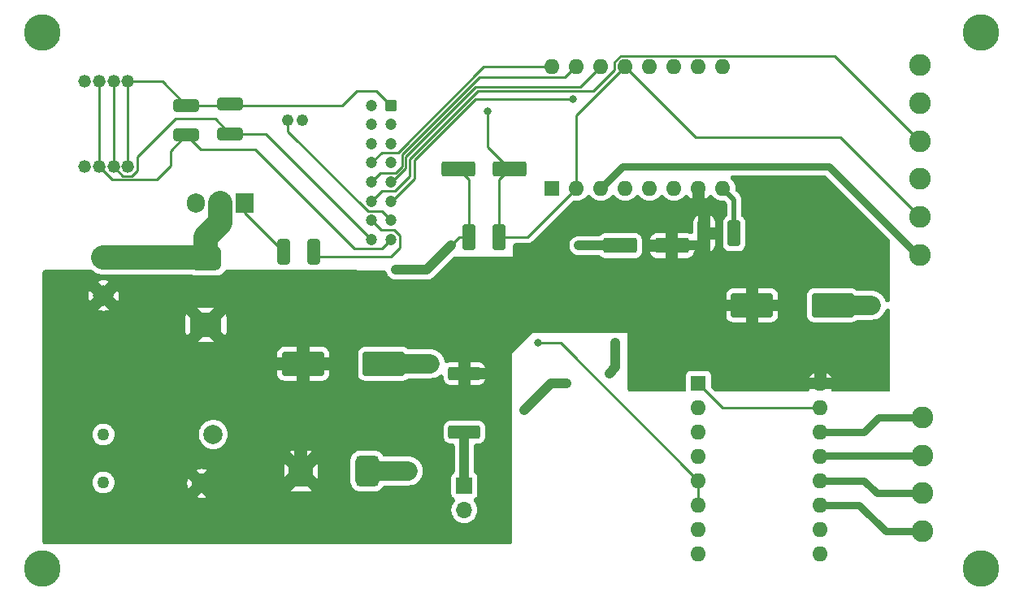
<source format=gbr>
%TF.GenerationSoftware,KiCad,Pcbnew,7.0.10*%
%TF.CreationDate,2024-02-20T10:07:26+01:00*%
%TF.ProjectId,arenaPCBv1,6172656e-6150-4434-9276-312e6b696361,rev?*%
%TF.SameCoordinates,Original*%
%TF.FileFunction,Copper,L1,Top*%
%TF.FilePolarity,Positive*%
%FSLAX46Y46*%
G04 Gerber Fmt 4.6, Leading zero omitted, Abs format (unit mm)*
G04 Created by KiCad (PCBNEW 7.0.10) date 2024-02-20 10:07:26*
%MOMM*%
%LPD*%
G01*
G04 APERTURE LIST*
G04 Aperture macros list*
%AMRoundRect*
0 Rectangle with rounded corners*
0 $1 Rounding radius*
0 $2 $3 $4 $5 $6 $7 $8 $9 X,Y pos of 4 corners*
0 Add a 4 corners polygon primitive as box body*
4,1,4,$2,$3,$4,$5,$6,$7,$8,$9,$2,$3,0*
0 Add four circle primitives for the rounded corners*
1,1,$1+$1,$2,$3*
1,1,$1+$1,$4,$5*
1,1,$1+$1,$6,$7*
1,1,$1+$1,$8,$9*
0 Add four rect primitives between the rounded corners*
20,1,$1+$1,$2,$3,$4,$5,0*
20,1,$1+$1,$4,$5,$6,$7,0*
20,1,$1+$1,$6,$7,$8,$9,0*
20,1,$1+$1,$8,$9,$2,$3,0*%
G04 Aperture macros list end*
%TA.AperFunction,SMDPad,CuDef*%
%ADD10RoundRect,0.625000X-0.625000X-1.025000X0.625000X-1.025000X0.625000X1.025000X-0.625000X1.025000X0*%
%TD*%
%TA.AperFunction,SMDPad,CuDef*%
%ADD11RoundRect,0.625000X1.025000X-0.625000X1.025000X0.625000X-1.025000X0.625000X-1.025000X-0.625000X0*%
%TD*%
%TA.AperFunction,SMDPad,CuDef*%
%ADD12RoundRect,0.250000X-1.950000X-1.000000X1.950000X-1.000000X1.950000X1.000000X-1.950000X1.000000X0*%
%TD*%
%TA.AperFunction,ComponentPad*%
%ADD13C,3.800000*%
%TD*%
%TA.AperFunction,ComponentPad*%
%ADD14C,1.320800*%
%TD*%
%TA.AperFunction,ComponentPad*%
%ADD15C,2.260600*%
%TD*%
%TA.AperFunction,SMDPad,CuDef*%
%ADD16RoundRect,0.250000X0.412500X1.100000X-0.412500X1.100000X-0.412500X-1.100000X0.412500X-1.100000X0*%
%TD*%
%TA.AperFunction,SMDPad,CuDef*%
%ADD17RoundRect,0.250000X0.400000X1.075000X-0.400000X1.075000X-0.400000X-1.075000X0.400000X-1.075000X0*%
%TD*%
%TA.AperFunction,SMDPad,CuDef*%
%ADD18RoundRect,0.250000X1.500000X0.550000X-1.500000X0.550000X-1.500000X-0.550000X1.500000X-0.550000X0*%
%TD*%
%TA.AperFunction,SMDPad,CuDef*%
%ADD19RoundRect,0.250000X-1.075000X0.400000X-1.075000X-0.400000X1.075000X-0.400000X1.075000X0.400000X0*%
%TD*%
%TA.AperFunction,ComponentPad*%
%ADD20R,1.600000X1.600000*%
%TD*%
%TA.AperFunction,ComponentPad*%
%ADD21O,1.600000X1.600000*%
%TD*%
%TA.AperFunction,ComponentPad*%
%ADD22R,1.700000X1.700000*%
%TD*%
%TA.AperFunction,ComponentPad*%
%ADD23O,1.700000X1.700000*%
%TD*%
%TA.AperFunction,SMDPad,CuDef*%
%ADD24RoundRect,0.249999X-1.425001X0.450001X-1.425001X-0.450001X1.425001X-0.450001X1.425001X0.450001X0*%
%TD*%
%TA.AperFunction,ComponentPad*%
%ADD25C,2.010000*%
%TD*%
%TA.AperFunction,ComponentPad*%
%ADD26C,2.159000*%
%TD*%
%TA.AperFunction,ComponentPad*%
%ADD27C,1.244600*%
%TD*%
%TA.AperFunction,ComponentPad*%
%ADD28C,1.270000*%
%TD*%
%TA.AperFunction,ComponentPad*%
%ADD29RoundRect,0.250000X-0.350000X0.350000X-0.350000X-0.350000X0.350000X-0.350000X0.350000X0.350000X0*%
%TD*%
%TA.AperFunction,ComponentPad*%
%ADD30C,1.200000*%
%TD*%
%TA.AperFunction,SMDPad,CuDef*%
%ADD31RoundRect,0.250000X-0.412500X-1.100000X0.412500X-1.100000X0.412500X1.100000X-0.412500X1.100000X0*%
%TD*%
%TA.AperFunction,ComponentPad*%
%ADD32R,1.905000X2.000000*%
%TD*%
%TA.AperFunction,ComponentPad*%
%ADD33O,1.905000X2.000000*%
%TD*%
%TA.AperFunction,ViaPad*%
%ADD34C,0.800000*%
%TD*%
%TA.AperFunction,Conductor*%
%ADD35C,1.375000*%
%TD*%
%TA.AperFunction,Conductor*%
%ADD36C,1.250000*%
%TD*%
%TA.AperFunction,Conductor*%
%ADD37C,0.250000*%
%TD*%
%TA.AperFunction,Conductor*%
%ADD38C,2.500000*%
%TD*%
%TA.AperFunction,Conductor*%
%ADD39C,1.500000*%
%TD*%
%TA.AperFunction,Conductor*%
%ADD40C,0.500000*%
%TD*%
%TA.AperFunction,Conductor*%
%ADD41C,5.000000*%
%TD*%
%TA.AperFunction,Conductor*%
%ADD42C,2.000000*%
%TD*%
%TA.AperFunction,Conductor*%
%ADD43C,1.000000*%
%TD*%
%TA.AperFunction,Conductor*%
%ADD44C,0.800000*%
%TD*%
G04 APERTURE END LIST*
D10*
%TO.P,D1,1,K*%
%TO.N,+12V*%
X129794000Y-99060000D03*
%TO.P,D1,2,A*%
%TO.N,GND*%
X136694000Y-99060000D03*
%TD*%
D11*
%TO.P,D2,1,K*%
%TO.N,+12V*%
X119888000Y-83820000D03*
%TO.P,D2,2,A*%
%TO.N,/D*%
X119888000Y-76920000D03*
%TD*%
D12*
%TO.P,C1,1*%
%TO.N,+12V*%
X130030000Y-87884000D03*
%TO.P,C1,2*%
%TO.N,GND*%
X138430000Y-87884000D03*
%TD*%
D13*
%TO.P,M.2,1*%
%TO.N,GND*%
X102870000Y-53340000D03*
%TD*%
D14*
%TO.P,J4,1,Pin_1*%
%TO.N,+3.3V*%
X111760000Y-67310000D03*
%TO.P,J4,2,Pin_2*%
%TO.N,/SCL*%
X110260001Y-67310000D03*
%TO.P,J4,3,Pin_3*%
%TO.N,/SDA*%
X108759999Y-67310000D03*
%TO.P,J4,4,Pin_4*%
%TO.N,GND*%
X107259999Y-67310000D03*
%TD*%
D13*
%TO.P,M.2,1*%
%TO.N,GND*%
X200660000Y-109220000D03*
%TD*%
D15*
%TO.P,J7,1,Pin_1*%
%TO.N,Net-(J7-Pin_1)*%
X194564000Y-93472000D03*
%TO.P,J7,2,Pin_2*%
%TO.N,Net-(J7-Pin_2)*%
X194564000Y-97432000D03*
%TO.P,J7,3,Pin_3*%
%TO.N,Net-(J7-Pin_3)*%
X194564000Y-101391999D03*
%TO.P,J7,4,Pin_4*%
%TO.N,Net-(J7-Pin_4)*%
X194564000Y-105351999D03*
%TD*%
D16*
%TO.P,C5,1*%
%TO.N,+3.3V*%
X150406500Y-74676000D03*
%TO.P,C5,2*%
%TO.N,GND*%
X147281500Y-74676000D03*
%TD*%
D17*
%TO.P,R4,1*%
%TO.N,Net-(J9-QI)*%
X131090000Y-76200000D03*
%TO.P,R4,2*%
%TO.N,/G*%
X127990000Y-76200000D03*
%TD*%
D18*
%TO.P,C6,2*%
%TO.N,GND*%
X146144000Y-67564000D03*
%TO.P,C6,1*%
%TO.N,+3.3V*%
X151544000Y-67564000D03*
%TD*%
D19*
%TO.P,R2,1*%
%TO.N,+3.3V*%
X122428000Y-60807000D03*
%TO.P,R2,2*%
%TO.N,/SCL*%
X122428000Y-63907000D03*
%TD*%
D20*
%TO.P,U1,1,EN*%
%TO.N,GND*%
X171196000Y-89916000D03*
D21*
%TO.P,U1,2,MS1*%
%TO.N,Net-(J9-MS1)*%
X171196000Y-92456000D03*
%TO.P,U1,3,MS2*%
%TO.N,Net-(J9-MS2)*%
X171196000Y-94996000D03*
%TO.P,U1,4,MS3*%
%TO.N,Net-(J9-MS3)*%
X171196000Y-97536000D03*
%TO.P,U1,5,RST*%
%TO.N,+3.3V*%
X171196000Y-100076000D03*
%TO.P,U1,6,SLP*%
X171196000Y-102616000D03*
%TO.P,U1,7,STEP*%
%TO.N,Net-(J9-STEP)*%
X171196000Y-105156000D03*
%TO.P,U1,8,DIR*%
%TO.N,Net-(J9-DIR)*%
X171196000Y-107696000D03*
%TO.P,U1,9,GND*%
%TO.N,GND*%
X183896000Y-107696000D03*
%TO.P,U1,10,FAULT*%
%TO.N,unconnected-(U1-FAULT-Pad10)*%
X183896000Y-105156000D03*
%TO.P,U1,11,A2*%
%TO.N,Net-(J7-Pin_4)*%
X183896000Y-102616000D03*
%TO.P,U1,12,A1*%
%TO.N,Net-(J7-Pin_3)*%
X183896000Y-100076000D03*
%TO.P,U1,13,B1*%
%TO.N,Net-(J7-Pin_2)*%
X183896000Y-97536000D03*
%TO.P,U1,14,B2*%
%TO.N,Net-(J7-Pin_1)*%
X183896000Y-94996000D03*
%TO.P,U1,15,GND*%
%TO.N,GND*%
X183896000Y-92456000D03*
%TO.P,U1,16,VMOT*%
%TO.N,+12V*%
X183896000Y-89916000D03*
%TD*%
D13*
%TO.P,M.2,1*%
%TO.N,GND*%
X102870000Y-109220000D03*
%TD*%
D19*
%TO.P,R3,1*%
%TO.N,+3.3V*%
X117856000Y-60934000D03*
%TO.P,R3,2*%
%TO.N,/SDA*%
X117856000Y-64034000D03*
%TD*%
D22*
%TO.P,J5,1,pin_1*%
%TO.N,Net-(J5-pin_1)*%
X146812000Y-100584000D03*
D23*
%TO.P,J5,2,Pin_2*%
%TO.N,GND*%
X146812000Y-103124000D03*
%TD*%
D24*
%TO.P,R1,1*%
%TO.N,+12V*%
X146812000Y-88900000D03*
%TO.P,R1,2*%
%TO.N,Net-(J5-pin_1)*%
X146812000Y-95000000D03*
%TD*%
D15*
%TO.P,J8,1,Pin_1*%
%TO.N,Net-(J8-Pin_1)*%
X194303900Y-56736901D03*
%TO.P,J8,2,Pin_2*%
%TO.N,GND*%
X194303900Y-60696901D03*
%TO.P,J8,3,Pin_3*%
%TO.N,Net-(J8-Pin_3)*%
X194303900Y-64656900D03*
%TO.P,J8,4,Pin_4*%
%TO.N,Net-(J8-Pin_4)*%
X194303900Y-68616900D03*
%TO.P,J8,5,Pin_5*%
%TO.N,+3.3V*%
X194303900Y-72576900D03*
%TO.P,J8,6,Pin_6*%
%TO.N,Net-(J8-Pin_6)*%
X194303900Y-76536900D03*
%TD*%
D25*
%TO.P,F1,1*%
%TO.N,Net-(J6-VCC)*%
X120650000Y-95250000D03*
%TO.P,F1,2*%
%TO.N,+12V*%
X119450000Y-100350000D03*
%TD*%
D26*
%TO.P,J1,1,VCC*%
%TO.N,+12V*%
X109220000Y-80772000D03*
%TO.P,J1,2,GND*%
%TO.N,/D*%
X109220000Y-76809600D03*
%TD*%
D18*
%TO.P,C3,1*%
%TO.N,+12V*%
X168435000Y-75565000D03*
%TO.P,C3,2*%
%TO.N,GND*%
X163035000Y-75565000D03*
%TD*%
D27*
%TO.P,J3,1,COM*%
%TO.N,Net-(J3-COM)*%
X128420998Y-62484000D03*
%TO.P,J3,2,GND*%
%TO.N,GND*%
X129921000Y-62484000D03*
%TD*%
D13*
%TO.P,M.2,1*%
%TO.N,GND*%
X200660000Y-53340000D03*
%TD*%
D28*
%TO.P,J6,1,VCC*%
%TO.N,Net-(J6-VCC)*%
X109220000Y-95250000D03*
%TO.P,J6,2,GND*%
%TO.N,GND*%
X109220000Y-100250000D03*
%TD*%
D29*
%TO.P,J9,1,3.3V*%
%TO.N,+3.3V*%
X139160000Y-60930000D03*
D30*
%TO.P,J9,2,GND*%
%TO.N,GND*%
X137160000Y-60930000D03*
%TO.P,J9,3,STEP*%
%TO.N,Net-(J9-STEP)*%
X139160000Y-62930000D03*
%TO.P,J9,4,DIR*%
%TO.N,Net-(J9-DIR)*%
X137160000Y-62930000D03*
%TO.P,J9,5,MS3*%
%TO.N,Net-(J9-MS3)*%
X139160000Y-64930000D03*
%TO.P,J9,6,MS2*%
%TO.N,Net-(J9-MS2)*%
X137160000Y-64930000D03*
%TO.P,J9,7,MS1*%
%TO.N,Net-(J9-MS1)*%
X139160000Y-66930000D03*
%TO.P,J9,8,PWMA*%
%TO.N,Net-(J9-PWMA)*%
X137160000Y-66930000D03*
%TO.P,J9,9,AIN1*%
%TO.N,Net-(J9-AIN1)*%
X139160000Y-68930000D03*
%TO.P,J9,10,AIN2*%
%TO.N,Net-(J9-AIN2)*%
X137160000Y-68930000D03*
%TO.P,J9,11,HAL2*%
%TO.N,Net-(J8-Pin_4)*%
X139160000Y-70930000D03*
%TO.P,J9,12,HAL1*%
%TO.N,Net-(J8-Pin_3)*%
X137160000Y-70930000D03*
%TO.P,J9,13,END*%
%TO.N,Net-(J3-COM)*%
X139160000Y-72930000D03*
%TO.P,J9,14,QI*%
%TO.N,Net-(J9-QI)*%
X137160000Y-72930000D03*
%TO.P,J9,15,SDA*%
%TO.N,/SDA*%
X139160000Y-74930000D03*
%TO.P,J9,16,SCL*%
%TO.N,/SCL*%
X137160000Y-74930000D03*
%TD*%
D31*
%TO.P,C4,2*%
%TO.N,GND*%
X174917500Y-74295000D03*
%TO.P,C4,1*%
%TO.N,+12V*%
X171792500Y-74295000D03*
%TD*%
D12*
%TO.P,C2,1*%
%TO.N,+12V*%
X176784000Y-81788000D03*
%TO.P,C2,2*%
%TO.N,GND*%
X185184000Y-81788000D03*
%TD*%
D14*
%TO.P,J2,1,Pin_1*%
%TO.N,+3.3V*%
X111760000Y-58420000D03*
%TO.P,J2,2,Pin_2*%
%TO.N,/SCL*%
X110260001Y-58420000D03*
%TO.P,J2,3,Pin_3*%
%TO.N,/SDA*%
X108759999Y-58420000D03*
%TO.P,J2,4,Pin_4*%
%TO.N,GND*%
X107259999Y-58420000D03*
%TD*%
D32*
%TO.P,Q1,1,G*%
%TO.N,/G*%
X123952000Y-71120000D03*
D33*
%TO.P,Q1,2,D*%
%TO.N,/D*%
X121412000Y-71120000D03*
%TO.P,Q1,3,S*%
%TO.N,GND*%
X118872000Y-71120000D03*
%TD*%
D20*
%TO.P,U2,1,GND*%
%TO.N,GND*%
X155956000Y-69596000D03*
D21*
%TO.P,U2,2,VCC*%
%TO.N,+3.3V*%
X158496000Y-69596000D03*
%TO.P,U2,3,AO1*%
%TO.N,Net-(J8-Pin_6)*%
X161036000Y-69596000D03*
%TO.P,U2,4,AO2*%
%TO.N,Net-(J8-Pin_1)*%
X163576000Y-69596000D03*
%TO.P,U2,5,BO2*%
%TO.N,unconnected-(U2-BO2-Pad5)*%
X166116000Y-69596000D03*
%TO.P,U2,6,BO1*%
%TO.N,unconnected-(U2-BO1-Pad6)*%
X168656000Y-69596000D03*
%TO.P,U2,7,VMOT*%
%TO.N,+12V*%
X171196000Y-69596000D03*
%TO.P,U2,8,GND*%
%TO.N,GND*%
X173736000Y-69596000D03*
%TO.P,U2,9,GND*%
X173736000Y-56896000D03*
%TO.P,U2,10,PWMB*%
%TO.N,unconnected-(U2-PWMB-Pad10)*%
X171196000Y-56896000D03*
%TO.P,U2,11,BIN2*%
%TO.N,unconnected-(U2-BIN2-Pad11)*%
X168656000Y-56896000D03*
%TO.P,U2,12,BIN1*%
%TO.N,unconnected-(U2-BIN1-Pad12)*%
X166116000Y-56896000D03*
%TO.P,U2,13,nSTBY*%
%TO.N,+3.3V*%
X163576000Y-56896000D03*
%TO.P,U2,14,AIN1*%
%TO.N,Net-(J9-AIN1)*%
X161036000Y-56896000D03*
%TO.P,U2,15,AIN2*%
%TO.N,Net-(J9-AIN2)*%
X158496000Y-56896000D03*
%TO.P,U2,16,PWMA*%
%TO.N,Net-(J9-PWMA)*%
X155956000Y-56896000D03*
%TD*%
D34*
%TO.N,GND*%
X140970000Y-99060000D03*
X143256000Y-87884000D03*
X162560000Y-85725000D03*
X189230000Y-81788000D03*
X139700000Y-78105000D03*
X158750000Y-75565000D03*
X161925000Y-88900000D03*
X153035000Y-92710000D03*
X145415000Y-75565000D03*
X157480000Y-89916000D03*
%TO.N,+3.3V*%
X149225000Y-61595000D03*
X154453577Y-85725000D03*
%TO.N,Net-(J8-Pin_4)*%
X158115000Y-60325000D03*
%TD*%
D35*
%TO.N,+12V*%
X129794000Y-92202000D02*
X129794000Y-99060000D01*
X130048000Y-91948000D02*
X129794000Y-92202000D01*
X130048000Y-87902000D02*
X130048000Y-91948000D01*
X130030000Y-87884000D02*
X130048000Y-87902000D01*
X131572000Y-87884000D02*
X124460000Y-87884000D01*
D36*
X119888000Y-83820000D02*
X121920000Y-81788000D01*
X119888000Y-83820000D02*
X117856000Y-81788000D01*
X119888000Y-83820000D02*
X115824000Y-87884000D01*
X123952000Y-87884000D02*
X119888000Y-83820000D01*
X124460000Y-87884000D02*
X123952000Y-87884000D01*
D37*
%TO.N,/G*%
X123952000Y-72162000D02*
X123952000Y-71120000D01*
X123952000Y-71120000D02*
X124460000Y-71120000D01*
X127990000Y-76200000D02*
X123952000Y-72162000D01*
D38*
%TO.N,/D*%
X119888000Y-74676000D02*
X121412000Y-73152000D01*
X119635400Y-76809600D02*
X119888000Y-76557000D01*
X121412000Y-73152000D02*
X121412000Y-71120000D01*
X109220000Y-76809600D02*
X119635400Y-76809600D01*
X119888000Y-76557000D02*
X119888000Y-74676000D01*
D37*
%TO.N,/G*%
X128524000Y-76200000D02*
X127990000Y-76200000D01*
%TO.N,Net-(J9-QI)*%
X131598000Y-76708000D02*
X131090000Y-76200000D01*
X140085000Y-75815000D02*
X139192000Y-76708000D01*
X140085000Y-74546852D02*
X140085000Y-75815000D01*
X139192000Y-76708000D02*
X131598000Y-76708000D01*
X139452148Y-73914000D02*
X140085000Y-74546852D01*
X138144000Y-73914000D02*
X139452148Y-73914000D01*
X137160000Y-72930000D02*
X138144000Y-73914000D01*
%TO.N,+3.3V*%
X150406500Y-68701500D02*
X151544000Y-67564000D01*
X150406500Y-74676000D02*
X150406500Y-68701500D01*
X153416000Y-74676000D02*
X150406500Y-74676000D01*
X158496000Y-69596000D02*
X153416000Y-74676000D01*
%TO.N,GND*%
X146304000Y-74676000D02*
X145415000Y-75565000D01*
X147281500Y-74676000D02*
X146304000Y-74676000D01*
X147281500Y-68701500D02*
X147281500Y-74676000D01*
X146144000Y-67564000D02*
X147281500Y-68701500D01*
D39*
%TO.N,+12V*%
X127762000Y-101092000D02*
X129794000Y-99060000D01*
X125984000Y-101092000D02*
X127762000Y-101092000D01*
X125242000Y-100350000D02*
X125984000Y-101092000D01*
X119450000Y-100350000D02*
X125242000Y-100350000D01*
D35*
X130030000Y-84600000D02*
X130030000Y-87884000D01*
X132842000Y-81788000D02*
X130030000Y-84600000D01*
X130030000Y-87884000D02*
X133604000Y-87884000D01*
D40*
%TO.N,GND*%
X174917500Y-70777500D02*
X173736000Y-69596000D01*
X174917500Y-74295000D02*
X174917500Y-70777500D01*
D41*
%TO.N,+12V*%
X123952000Y-88392000D02*
X124460000Y-87884000D01*
X116332000Y-88392000D02*
X123952000Y-88392000D01*
X115824000Y-87884000D02*
X116332000Y-88392000D01*
D42*
%TO.N,GND*%
X138430000Y-87884000D02*
X143256000Y-87884000D01*
X136694000Y-99060000D02*
X140970000Y-99060000D01*
D41*
%TO.N,+12V*%
X143510000Y-81788000D02*
X146685000Y-81788000D01*
X143510000Y-81788000D02*
X132842000Y-81788000D01*
D43*
X171069000Y-75565000D02*
X168435000Y-75565000D01*
X171792500Y-76111500D02*
X171704000Y-76200000D01*
X171704000Y-76200000D02*
X171069000Y-75565000D01*
X171196000Y-71755000D02*
X171792500Y-72351500D01*
X171792500Y-72351500D02*
X171792500Y-76111500D01*
D41*
X111760000Y-83820000D02*
X115824000Y-87884000D01*
D37*
X111760000Y-83312000D02*
X111760000Y-83820000D01*
D36*
X109220000Y-80772000D02*
X107696000Y-79248000D01*
X109220000Y-80772000D02*
X107442000Y-82550000D01*
X109220000Y-80772000D02*
X110744000Y-79248000D01*
D43*
X182626000Y-89916000D02*
X183896000Y-89916000D01*
X176784000Y-84074000D02*
X182626000Y-89916000D01*
X176784000Y-81788000D02*
X176784000Y-84074000D01*
X168435000Y-75565000D02*
X168435000Y-78453000D01*
D42*
X168435000Y-78453000D02*
X168435000Y-81313000D01*
X168435000Y-81313000D02*
X168910000Y-81788000D01*
X168910000Y-81788000D02*
X171450000Y-81788000D01*
D43*
X176784000Y-81788000D02*
X171450000Y-81788000D01*
D41*
X146685000Y-81788000D02*
X171450000Y-81788000D01*
D36*
X109220000Y-80772000D02*
X111760000Y-83312000D01*
D37*
%TO.N,+3.3V*%
X156845000Y-85725000D02*
X171196000Y-100076000D01*
X154453577Y-85725000D02*
X156845000Y-85725000D01*
D44*
%TO.N,+12V*%
X171196000Y-69596000D02*
X171196000Y-71755000D01*
D43*
%TO.N,GND*%
X158750000Y-75565000D02*
X163035000Y-75565000D01*
D40*
%TO.N,+12V*%
X146812000Y-88900000D02*
X146812000Y-81915000D01*
D37*
X146812000Y-81915000D02*
X146685000Y-81788000D01*
D42*
%TO.N,GND*%
X185184000Y-81788000D02*
X189230000Y-81788000D01*
D43*
X145415000Y-75565000D02*
X142875000Y-78105000D01*
X162560000Y-88265000D02*
X162560000Y-85725000D01*
X155829000Y-89916000D02*
X157480000Y-89916000D01*
X153035000Y-92710000D02*
X155829000Y-89916000D01*
D37*
X129817998Y-62484000D02*
X129794000Y-62507998D01*
X183896000Y-92456000D02*
X173736000Y-92456000D01*
X173736000Y-92456000D02*
X171196000Y-89916000D01*
D43*
X142875000Y-78105000D02*
X139700000Y-78105000D01*
X161925000Y-88900000D02*
X162560000Y-88265000D01*
D37*
%TO.N,/D*%
X109880400Y-77470000D02*
X109220000Y-76809600D01*
%TO.N,/SDA*%
X119354000Y-65532000D02*
X117856000Y-64034000D01*
X114741600Y-68672400D02*
X110122399Y-68672400D01*
X116205000Y-67209000D02*
X114741600Y-68672400D01*
X138235000Y-75855000D02*
X135316158Y-75855000D01*
X124993158Y-65532000D02*
X119354000Y-65532000D01*
X135316158Y-75855000D02*
X124993158Y-65532000D01*
X116205000Y-65685000D02*
X116205000Y-67209000D01*
X110122399Y-68672400D02*
X108759999Y-67310000D01*
X139160000Y-74930000D02*
X138235000Y-75855000D01*
X117856000Y-64034000D02*
X116205000Y-65685000D01*
X108759999Y-67310000D02*
X108759999Y-58420000D01*
D44*
%TO.N,Net-(J7-Pin_1)*%
X189992000Y-93472000D02*
X188468000Y-94996000D01*
X194564000Y-93472000D02*
X189992000Y-93472000D01*
X188468000Y-94996000D02*
X183896000Y-94996000D01*
D37*
%TO.N,Net-(J7-Pin_2)*%
X184000000Y-97432000D02*
X183896000Y-97536000D01*
D44*
X194564000Y-97432000D02*
X184000000Y-97432000D01*
D37*
%TO.N,+3.3V*%
X111760000Y-67310000D02*
X111760000Y-60960000D01*
X158496000Y-69596000D02*
X158496000Y-61976000D01*
X111760000Y-58420000D02*
X115342000Y-58420000D01*
X149225000Y-65245000D02*
X149225000Y-61595000D01*
X170942000Y-64262000D02*
X163576000Y-56896000D01*
X134086000Y-60934000D02*
X134112000Y-60960000D01*
X151544000Y-67564000D02*
X149225000Y-65245000D01*
X158496000Y-61976000D02*
X163576000Y-56896000D01*
X171196000Y-102616000D02*
X171196000Y-100076000D01*
X185989000Y-64262000D02*
X170942000Y-64262000D01*
X194303900Y-72576900D02*
X185989000Y-64262000D01*
X117856000Y-60934000D02*
X134086000Y-60934000D01*
X111760000Y-60960000D02*
X111760000Y-58420000D01*
X134112000Y-60960000D02*
X135636000Y-59436000D01*
X137666000Y-59436000D02*
X139160000Y-60930000D01*
X115342000Y-58420000D02*
X117856000Y-60934000D01*
X135636000Y-59436000D02*
X137666000Y-59436000D01*
D44*
%TO.N,Net-(J7-Pin_3)*%
X188468000Y-100076000D02*
X189783999Y-101391999D01*
X189783999Y-101391999D02*
X194564000Y-101391999D01*
X183896000Y-100076000D02*
X188468000Y-100076000D01*
%TO.N,Net-(J7-Pin_4)*%
X187960000Y-102616000D02*
X183896000Y-102616000D01*
X190695999Y-105351999D02*
X187960000Y-102616000D01*
X194564000Y-105351999D02*
X190695999Y-105351999D01*
D37*
%TO.N,/SCL*%
X122428000Y-63907000D02*
X126137000Y-63907000D01*
X126137000Y-63907000D02*
X137160000Y-74930000D01*
X110260001Y-67310000D02*
X111245401Y-68295400D01*
X116713000Y-62357000D02*
X120878000Y-62357000D01*
X111245401Y-68295400D02*
X112168167Y-68295400D01*
X110260001Y-67310000D02*
X110260001Y-58420000D01*
X112168167Y-68295400D02*
X112745400Y-67718167D01*
X120878000Y-62357000D02*
X122428000Y-63907000D01*
X112745400Y-67718167D02*
X112745400Y-66324600D01*
X112745400Y-66324600D02*
X116713000Y-62357000D01*
%TO.N,Net-(J8-Pin_3)*%
X148213000Y-59432000D02*
X160278000Y-59432000D01*
X139543148Y-69855000D02*
X141089000Y-68309148D01*
X162451000Y-57259000D02*
X162451000Y-56430009D01*
X160278000Y-59432000D02*
X162451000Y-57259000D01*
X138240000Y-69850000D02*
X138771852Y-69850000D01*
X137160000Y-70930000D02*
X138240000Y-69850000D01*
X141089000Y-68309148D02*
X141089000Y-66556000D01*
X162451000Y-56430009D02*
X163110009Y-55771000D01*
X141089000Y-66556000D02*
X148213000Y-59432000D01*
X138776852Y-69855000D02*
X139543148Y-69855000D01*
X138771852Y-69850000D02*
X138776852Y-69855000D01*
X163110009Y-55771000D02*
X185418000Y-55771000D01*
X185418000Y-55771000D02*
X194303900Y-64656900D01*
%TO.N,Net-(J8-Pin_4)*%
X139255000Y-70930000D02*
X141605000Y-68580000D01*
X139160000Y-70930000D02*
X139255000Y-70930000D01*
X147955000Y-60325000D02*
X158115000Y-60325000D01*
X141605000Y-66675000D02*
X147955000Y-60325000D01*
X141605000Y-68580000D02*
X141605000Y-66675000D01*
D44*
%TO.N,Net-(J8-Pin_6)*%
X194011900Y-76536900D02*
X184785000Y-67310000D01*
X184785000Y-67310000D02*
X163322000Y-67310000D01*
X163322000Y-67310000D02*
X161036000Y-69596000D01*
D40*
X194303900Y-76536900D02*
X194011900Y-76536900D01*
D37*
%TO.N,Net-(J3-COM)*%
X138235000Y-72005000D02*
X136776852Y-72005000D01*
X139160000Y-72930000D02*
X138235000Y-72005000D01*
X136776852Y-72005000D02*
X128420998Y-63649146D01*
X128420998Y-63649146D02*
X128420998Y-62484000D01*
%TO.N,Net-(J9-PWMA)*%
X138235000Y-65855000D02*
X139885000Y-65855000D01*
X139885000Y-65855000D02*
X148844000Y-56896000D01*
X148844000Y-56896000D02*
X155956000Y-56896000D01*
X137160000Y-66930000D02*
X138235000Y-65855000D01*
%TO.N,Net-(J9-AIN1)*%
X140712000Y-66298000D02*
X147955000Y-59055000D01*
X158877000Y-59055000D02*
X161036000Y-56896000D01*
X139160000Y-68930000D02*
X139248158Y-68930000D01*
X147955000Y-59055000D02*
X158877000Y-59055000D01*
X139248158Y-68930000D02*
X140712000Y-67466158D01*
X140712000Y-67466158D02*
X140712000Y-66298000D01*
%TO.N,Net-(J9-AIN2)*%
X140335000Y-66040000D02*
X140335000Y-67310000D01*
X140335000Y-67310000D02*
X139640000Y-68005000D01*
X157244000Y-58021000D02*
X148354000Y-58021000D01*
X158496000Y-56896000D02*
X158369000Y-56896000D01*
X138085000Y-68005000D02*
X137160000Y-68930000D01*
X158369000Y-56896000D02*
X157244000Y-58021000D01*
X139640000Y-68005000D02*
X138085000Y-68005000D01*
X148354000Y-58021000D02*
X140335000Y-66040000D01*
D43*
%TO.N,Net-(J5-pin_1)*%
X146812000Y-95000000D02*
X146812000Y-100584000D01*
%TD*%
%TA.AperFunction,Conductor*%
%TO.N,+12V*%
G36*
X184404149Y-68229454D02*
G01*
X184484931Y-68283430D01*
X191062070Y-74860569D01*
X191116046Y-74941351D01*
X191135000Y-75036639D01*
X191135000Y-81223701D01*
X191116046Y-81318989D01*
X191062070Y-81399771D01*
X190981288Y-81453747D01*
X190886000Y-81472701D01*
X190790712Y-81453747D01*
X190709930Y-81399771D01*
X190655954Y-81318989D01*
X190650492Y-81304552D01*
X190608827Y-81183188D01*
X190520432Y-81019849D01*
X190490474Y-80964491D01*
X190490471Y-80964487D01*
X190490470Y-80964485D01*
X190337742Y-80768261D01*
X190337741Y-80768260D01*
X190337738Y-80768256D01*
X190337733Y-80768252D01*
X190337730Y-80768248D01*
X190154785Y-80599836D01*
X190154778Y-80599830D01*
X189954341Y-80468880D01*
X189946607Y-80463827D01*
X189946604Y-80463825D01*
X189946603Y-80463825D01*
X189847037Y-80420151D01*
X189718881Y-80363937D01*
X189718879Y-80363936D01*
X189718878Y-80363936D01*
X189718874Y-80363935D01*
X189477831Y-80302894D01*
X189477812Y-80302890D01*
X189292089Y-80287500D01*
X189292067Y-80287500D01*
X187798007Y-80287500D01*
X187702719Y-80268546D01*
X187621940Y-80214572D01*
X187602656Y-80195288D01*
X187453334Y-80103186D01*
X187453332Y-80103185D01*
X187453330Y-80103184D01*
X187453332Y-80103184D01*
X187286802Y-80048002D01*
X187286798Y-80048001D01*
X187286797Y-80048001D01*
X187184009Y-80037500D01*
X187184005Y-80037500D01*
X183183993Y-80037500D01*
X183081199Y-80048001D01*
X182914667Y-80103185D01*
X182765346Y-80195286D01*
X182641286Y-80319346D01*
X182549184Y-80468668D01*
X182494002Y-80635197D01*
X182494001Y-80635204D01*
X182483500Y-80737988D01*
X182483500Y-82838006D01*
X182494001Y-82940800D01*
X182549115Y-83107120D01*
X182549186Y-83107334D01*
X182641288Y-83256656D01*
X182765344Y-83380712D01*
X182914666Y-83472814D01*
X182914669Y-83472815D01*
X182914667Y-83472815D01*
X183078310Y-83527040D01*
X183081203Y-83527999D01*
X183183991Y-83538500D01*
X187184008Y-83538499D01*
X187286797Y-83527999D01*
X187453334Y-83472814D01*
X187602656Y-83380712D01*
X187621940Y-83361427D01*
X187702719Y-83307454D01*
X187798007Y-83288500D01*
X189292066Y-83288500D01*
X189292067Y-83288500D01*
X189292068Y-83288499D01*
X189292089Y-83288499D01*
X189477812Y-83273109D01*
X189477813Y-83273108D01*
X189477821Y-83273108D01*
X189718881Y-83212063D01*
X189946607Y-83112173D01*
X190104690Y-83008892D01*
X190154778Y-82976169D01*
X190154780Y-82976167D01*
X190154785Y-82976164D01*
X190337738Y-82807744D01*
X190490474Y-82611509D01*
X190608828Y-82392810D01*
X190650492Y-82271446D01*
X190699359Y-82187477D01*
X190776640Y-82128598D01*
X190870571Y-82103776D01*
X190966851Y-82116790D01*
X191050821Y-82165657D01*
X191109700Y-82242938D01*
X191134522Y-82336869D01*
X191135000Y-82352298D01*
X191135000Y-90556000D01*
X191116046Y-90651288D01*
X191062070Y-90732070D01*
X190981288Y-90786046D01*
X190886000Y-90805000D01*
X185306698Y-90805000D01*
X185211410Y-90786046D01*
X185130628Y-90732070D01*
X185076652Y-90651288D01*
X185061870Y-90576978D01*
X185038951Y-90541000D01*
X182753049Y-90541000D01*
X182728856Y-90578975D01*
X182719288Y-90641157D01*
X182668889Y-90724217D01*
X182590540Y-90781668D01*
X182496170Y-90804763D01*
X182485302Y-90805000D01*
X173072731Y-90805000D01*
X172977443Y-90786046D01*
X172896661Y-90732070D01*
X172569429Y-90404838D01*
X172515453Y-90324056D01*
X172496499Y-90228768D01*
X172496499Y-89916000D01*
X183491014Y-89916000D01*
X183510835Y-90041148D01*
X183568359Y-90154045D01*
X183657955Y-90243641D01*
X183770852Y-90301165D01*
X183864519Y-90316000D01*
X183927481Y-90316000D01*
X184021148Y-90301165D01*
X184134045Y-90243641D01*
X184223641Y-90154045D01*
X184281165Y-90041148D01*
X184300986Y-89916000D01*
X184281165Y-89790852D01*
X184223641Y-89677955D01*
X184134045Y-89588359D01*
X184021148Y-89530835D01*
X183927481Y-89516000D01*
X183864519Y-89516000D01*
X183770852Y-89530835D01*
X183657955Y-89588359D01*
X183568359Y-89677955D01*
X183510835Y-89790852D01*
X183491014Y-89916000D01*
X172496499Y-89916000D01*
X172496499Y-89291000D01*
X182753049Y-89291000D01*
X183270999Y-89291000D01*
X183271000Y-89290999D01*
X183271000Y-88773050D01*
X184521000Y-88773050D01*
X184521000Y-89290999D01*
X184521001Y-89291000D01*
X185038950Y-89291000D01*
X185026134Y-89263517D01*
X184895662Y-89077185D01*
X184734814Y-88916337D01*
X184548482Y-88785865D01*
X184521000Y-88773050D01*
X183271000Y-88773050D01*
X183243517Y-88785865D01*
X183057185Y-88916337D01*
X182896337Y-89077185D01*
X182765865Y-89263517D01*
X182753049Y-89291000D01*
X172496499Y-89291000D01*
X172496499Y-89068134D01*
X172496499Y-89068128D01*
X172490091Y-89008517D01*
X172439796Y-88873669D01*
X172353546Y-88758454D01*
X172238331Y-88672204D01*
X172146757Y-88638049D01*
X172103481Y-88621908D01*
X172043873Y-88615500D01*
X170348134Y-88615500D01*
X170348130Y-88615500D01*
X170348128Y-88615501D01*
X170335314Y-88616878D01*
X170288519Y-88621908D01*
X170288515Y-88621909D01*
X170153670Y-88672203D01*
X170038455Y-88758453D01*
X170038453Y-88758455D01*
X169952204Y-88873669D01*
X169901908Y-89008518D01*
X169897319Y-89051205D01*
X169895500Y-89068127D01*
X169895500Y-89902757D01*
X169895501Y-90556000D01*
X169876547Y-90651288D01*
X169822571Y-90732069D01*
X169741789Y-90786046D01*
X169646501Y-90805000D01*
X164079000Y-90805000D01*
X163983712Y-90786046D01*
X163902930Y-90732070D01*
X163848954Y-90651288D01*
X163830000Y-90556000D01*
X163830000Y-84709001D01*
X163830000Y-84709000D01*
X163829999Y-84709000D01*
X153924001Y-84709000D01*
X153924000Y-84709000D01*
X151765000Y-86868000D01*
X151765000Y-86868001D01*
X151765000Y-106431000D01*
X151746046Y-106526288D01*
X151692070Y-106607070D01*
X151611288Y-106661046D01*
X151516000Y-106680000D01*
X103119000Y-106680000D01*
X103023712Y-106661046D01*
X102942930Y-106607070D01*
X102888954Y-106526288D01*
X102870000Y-106431000D01*
X102870000Y-101760760D01*
X118923122Y-101760760D01*
X118983483Y-101785763D01*
X118983491Y-101785766D01*
X119213840Y-101841068D01*
X119449994Y-101859654D01*
X119450006Y-101859654D01*
X119686159Y-101841068D01*
X119916506Y-101785766D01*
X119976876Y-101760760D01*
X119449999Y-101233883D01*
X118923122Y-101760759D01*
X118923122Y-101760760D01*
X102870000Y-101760760D01*
X102870000Y-100250000D01*
X108079635Y-100250000D01*
X108099051Y-100459537D01*
X108099051Y-100459539D01*
X108099052Y-100459542D01*
X108155935Y-100659466D01*
X108156642Y-100661949D01*
X108250443Y-100850327D01*
X108250445Y-100850330D01*
X108377255Y-101018253D01*
X108377261Y-101018260D01*
X108532775Y-101160030D01*
X108535847Y-101161932D01*
X108711696Y-101270813D01*
X108907924Y-101346832D01*
X109026127Y-101368928D01*
X109114777Y-101385500D01*
X109114780Y-101385500D01*
X109325223Y-101385500D01*
X109402791Y-101370999D01*
X109532076Y-101346832D01*
X109728304Y-101270813D01*
X109907223Y-101160031D01*
X109987382Y-101086957D01*
X128650926Y-101086957D01*
X128824897Y-101161455D01*
X129034820Y-101207122D01*
X129034837Y-101207125D01*
X129083090Y-101210000D01*
X130504910Y-101210000D01*
X130553162Y-101207125D01*
X130553180Y-101207122D01*
X130763103Y-101161455D01*
X130763104Y-101161455D01*
X130937073Y-101086957D01*
X130021072Y-100170956D01*
X134943500Y-100170956D01*
X134946376Y-100219230D01*
X134992065Y-100429257D01*
X134992067Y-100429264D01*
X135076678Y-100626845D01*
X135076682Y-100626854D01*
X135105840Y-100669934D01*
X135197157Y-100804855D01*
X135349145Y-100956843D01*
X135410092Y-100998092D01*
X135527145Y-101077317D01*
X135527148Y-101077318D01*
X135527152Y-101077321D01*
X135645836Y-101128144D01*
X135724735Y-101161932D01*
X135724738Y-101161933D01*
X135724741Y-101161934D01*
X135874431Y-101194497D01*
X135929919Y-101206568D01*
X135934769Y-101207623D01*
X135934774Y-101207624D01*
X135962486Y-101209274D01*
X135983044Y-101210500D01*
X135983052Y-101210500D01*
X137404956Y-101210500D01*
X137423534Y-101209392D01*
X137453226Y-101207624D01*
X137663259Y-101161934D01*
X137860848Y-101077321D01*
X138038855Y-100956843D01*
X138190843Y-100804855D01*
X138282161Y-100669931D01*
X138351266Y-100601645D01*
X138441245Y-100565000D01*
X138488369Y-100560500D01*
X141032066Y-100560500D01*
X141032067Y-100560500D01*
X141032068Y-100560499D01*
X141032089Y-100560499D01*
X141217812Y-100545109D01*
X141217813Y-100545108D01*
X141217821Y-100545108D01*
X141458881Y-100484063D01*
X141686607Y-100384173D01*
X141891975Y-100250000D01*
X141894778Y-100248169D01*
X141894780Y-100248167D01*
X141894785Y-100248164D01*
X142077738Y-100079744D01*
X142230474Y-99883509D01*
X142348828Y-99664810D01*
X142408267Y-99491670D01*
X142429569Y-99429621D01*
X142429569Y-99429618D01*
X142429571Y-99429614D01*
X142470500Y-99184335D01*
X142470500Y-98935665D01*
X142429571Y-98690386D01*
X142429569Y-98690382D01*
X142429569Y-98690378D01*
X142348827Y-98455188D01*
X142337159Y-98433627D01*
X142230474Y-98236491D01*
X142230471Y-98236487D01*
X142230470Y-98236485D01*
X142077742Y-98040261D01*
X142077741Y-98040260D01*
X142077738Y-98040256D01*
X142077733Y-98040252D01*
X142077730Y-98040248D01*
X141894785Y-97871836D01*
X141894778Y-97871830D01*
X141727302Y-97762414D01*
X141686607Y-97735827D01*
X141686604Y-97735825D01*
X141686603Y-97735825D01*
X141583808Y-97690735D01*
X141458881Y-97635937D01*
X141458879Y-97635936D01*
X141458878Y-97635936D01*
X141458874Y-97635935D01*
X141217831Y-97574894D01*
X141217812Y-97574890D01*
X141032089Y-97559500D01*
X141032067Y-97559500D01*
X138488369Y-97559500D01*
X138393081Y-97540546D01*
X138312299Y-97486570D01*
X138282162Y-97450070D01*
X138190843Y-97315145D01*
X138038855Y-97163157D01*
X138022662Y-97152197D01*
X137860854Y-97042682D01*
X137860849Y-97042679D01*
X137860848Y-97042679D01*
X137821395Y-97025784D01*
X137663264Y-96958067D01*
X137663257Y-96958065D01*
X137453230Y-96912376D01*
X137453231Y-96912376D01*
X137404956Y-96909500D01*
X137404948Y-96909500D01*
X135983052Y-96909500D01*
X135983044Y-96909500D01*
X135934769Y-96912376D01*
X135724742Y-96958065D01*
X135724735Y-96958067D01*
X135527154Y-97042678D01*
X135527145Y-97042682D01*
X135349150Y-97163153D01*
X135349148Y-97163154D01*
X135197154Y-97315148D01*
X135197153Y-97315150D01*
X135076682Y-97493145D01*
X135076678Y-97493154D01*
X134992067Y-97690735D01*
X134992065Y-97690742D01*
X134946376Y-97900769D01*
X134943500Y-97949043D01*
X134943500Y-100170956D01*
X130021072Y-100170956D01*
X129793999Y-99943883D01*
X128650926Y-101086957D01*
X109987382Y-101086957D01*
X110062740Y-101018259D01*
X110189558Y-100850325D01*
X110283359Y-100661947D01*
X110340948Y-100459542D01*
X110351098Y-100350005D01*
X117940346Y-100350005D01*
X117958931Y-100586157D01*
X118014235Y-100816513D01*
X118039238Y-100876877D01*
X118493508Y-100422608D01*
X118945000Y-100422608D01*
X118985912Y-100561942D01*
X119064422Y-100684105D01*
X119174169Y-100779202D01*
X119306262Y-100839527D01*
X119413881Y-100855000D01*
X119486119Y-100855000D01*
X119593738Y-100839527D01*
X119725831Y-100779202D01*
X119835578Y-100684105D01*
X119914088Y-100561942D01*
X119955000Y-100422608D01*
X119955000Y-100349999D01*
X120333883Y-100349999D01*
X120860760Y-100876876D01*
X120885766Y-100816506D01*
X120941068Y-100586159D01*
X120959654Y-100350005D01*
X120959654Y-100349994D01*
X120941068Y-100113840D01*
X120885766Y-99883491D01*
X120885763Y-99883483D01*
X120860760Y-99823122D01*
X120860759Y-99823122D01*
X120333883Y-100349999D01*
X119955000Y-100349999D01*
X119955000Y-100277392D01*
X119914088Y-100138058D01*
X119835578Y-100015895D01*
X119725831Y-99920798D01*
X119593738Y-99860473D01*
X119486119Y-99845000D01*
X119413881Y-99845000D01*
X119306262Y-99860473D01*
X119174169Y-99920798D01*
X119064422Y-100015895D01*
X118985912Y-100138058D01*
X118945000Y-100277392D01*
X118945000Y-100422608D01*
X118493508Y-100422608D01*
X118566116Y-100350000D01*
X118039239Y-99823123D01*
X118014234Y-99883492D01*
X117958931Y-100113842D01*
X117940346Y-100349994D01*
X117940346Y-100350005D01*
X110351098Y-100350005D01*
X110360365Y-100250000D01*
X110340948Y-100040458D01*
X110283359Y-99838053D01*
X110189558Y-99649675D01*
X110189556Y-99649672D01*
X110189554Y-99649669D01*
X110062744Y-99481746D01*
X110062738Y-99481739D01*
X109907224Y-99339969D01*
X109728309Y-99229190D01*
X109728302Y-99229186D01*
X109684675Y-99212285D01*
X109532076Y-99153168D01*
X109532071Y-99153167D01*
X109325223Y-99114500D01*
X109325220Y-99114500D01*
X109114780Y-99114500D01*
X109114777Y-99114500D01*
X108907928Y-99153167D01*
X108907926Y-99153167D01*
X108907924Y-99153168D01*
X108834308Y-99181687D01*
X108711697Y-99229186D01*
X108711690Y-99229190D01*
X108532775Y-99339969D01*
X108377261Y-99481739D01*
X108377255Y-99481746D01*
X108250445Y-99649669D01*
X108250443Y-99649672D01*
X108164076Y-99823122D01*
X108156641Y-99838053D01*
X108153439Y-99849308D01*
X108099051Y-100040462D01*
X108079635Y-100250000D01*
X102870000Y-100250000D01*
X102870000Y-98939239D01*
X118923123Y-98939239D01*
X119450000Y-99466116D01*
X119976877Y-98939238D01*
X119916513Y-98914235D01*
X119686157Y-98858931D01*
X119450006Y-98840346D01*
X119449994Y-98840346D01*
X119213842Y-98858931D01*
X118983492Y-98914234D01*
X118923123Y-98939239D01*
X102870000Y-98939239D01*
X102870000Y-98193883D01*
X128044000Y-98193883D01*
X128044000Y-99926116D01*
X128910116Y-99060000D01*
X130677883Y-99060000D01*
X131543999Y-99926116D01*
X131544000Y-99926116D01*
X131544000Y-98193883D01*
X131543999Y-98193883D01*
X130677883Y-99060000D01*
X128910116Y-99060000D01*
X128044000Y-98193883D01*
X102870000Y-98193883D01*
X102870000Y-97033041D01*
X128650925Y-97033041D01*
X129793999Y-98176115D01*
X130937073Y-97033041D01*
X130763107Y-96958546D01*
X130763102Y-96958544D01*
X130553179Y-96912877D01*
X130553162Y-96912874D01*
X130504910Y-96910000D01*
X129083090Y-96910000D01*
X129034837Y-96912874D01*
X129034820Y-96912877D01*
X128824898Y-96958544D01*
X128824890Y-96958546D01*
X128650925Y-97033041D01*
X102870000Y-97033041D01*
X102870000Y-95250000D01*
X108079635Y-95250000D01*
X108099051Y-95459537D01*
X108099051Y-95459539D01*
X108099052Y-95459542D01*
X108153078Y-95649425D01*
X108156642Y-95661949D01*
X108250443Y-95850327D01*
X108250445Y-95850330D01*
X108377255Y-96018253D01*
X108377261Y-96018260D01*
X108532775Y-96160030D01*
X108532777Y-96160031D01*
X108711696Y-96270813D01*
X108907924Y-96346832D01*
X109026127Y-96368928D01*
X109114777Y-96385500D01*
X109114780Y-96385500D01*
X109325223Y-96385500D01*
X109402791Y-96370999D01*
X109532076Y-96346832D01*
X109728304Y-96270813D01*
X109907223Y-96160031D01*
X110062740Y-96018259D01*
X110189558Y-95850325D01*
X110283359Y-95661947D01*
X110340948Y-95459542D01*
X110360365Y-95250005D01*
X119139845Y-95250005D01*
X119158436Y-95486228D01*
X119158439Y-95486245D01*
X119197614Y-95649425D01*
X119213757Y-95716664D01*
X119304442Y-95935596D01*
X119428259Y-96137647D01*
X119582159Y-96317841D01*
X119762353Y-96471741D01*
X119964404Y-96595558D01*
X120183336Y-96686243D01*
X120413760Y-96741562D01*
X120413769Y-96741562D01*
X120413771Y-96741563D01*
X120649995Y-96760155D01*
X120650000Y-96760155D01*
X120650005Y-96760155D01*
X120886228Y-96741563D01*
X120886228Y-96741562D01*
X120886240Y-96741562D01*
X121116664Y-96686243D01*
X121335596Y-96595558D01*
X121537647Y-96471741D01*
X121717841Y-96317841D01*
X121871741Y-96137647D01*
X121995558Y-95935596D01*
X122086243Y-95716664D01*
X122138256Y-95500012D01*
X144636500Y-95500012D01*
X144647001Y-95602796D01*
X144647003Y-95602806D01*
X144702182Y-95769327D01*
X144702185Y-95769335D01*
X144780622Y-95896500D01*
X144794288Y-95918656D01*
X144918344Y-96042712D01*
X144918346Y-96042713D01*
X145067664Y-96134814D01*
X145067672Y-96134817D01*
X145229973Y-96188597D01*
X145234202Y-96189999D01*
X145336990Y-96200500D01*
X145562500Y-96200500D01*
X145657788Y-96219454D01*
X145738570Y-96273430D01*
X145792546Y-96354212D01*
X145811500Y-96449500D01*
X145811500Y-99096819D01*
X145792546Y-99192107D01*
X145738570Y-99272889D01*
X145711722Y-99296152D01*
X145604459Y-99376449D01*
X145604453Y-99376455D01*
X145518204Y-99491669D01*
X145467908Y-99626518D01*
X145461500Y-99686123D01*
X145461500Y-101481865D01*
X145461500Y-101481868D01*
X145461501Y-101481872D01*
X145461884Y-101485432D01*
X145467908Y-101541480D01*
X145467909Y-101541483D01*
X145518204Y-101676331D01*
X145604454Y-101791546D01*
X145719669Y-101877796D01*
X145719670Y-101877796D01*
X145733927Y-101888469D01*
X145731454Y-101891771D01*
X145779965Y-101932305D01*
X145825006Y-102018389D01*
X145833675Y-102115156D01*
X145804653Y-102207875D01*
X145776855Y-102248605D01*
X145773513Y-102252587D01*
X145637965Y-102446169D01*
X145637961Y-102446177D01*
X145538098Y-102660333D01*
X145538097Y-102660335D01*
X145476935Y-102888598D01*
X145456341Y-103123994D01*
X145456341Y-103124005D01*
X145476935Y-103359401D01*
X145538096Y-103587660D01*
X145637965Y-103801830D01*
X145696901Y-103886000D01*
X145773505Y-103995401D01*
X145940599Y-104162495D01*
X146134170Y-104298035D01*
X146348337Y-104397903D01*
X146576592Y-104459063D01*
X146576595Y-104459063D01*
X146576598Y-104459064D01*
X146811995Y-104479659D01*
X146812000Y-104479659D01*
X146812005Y-104479659D01*
X147047401Y-104459064D01*
X147047403Y-104459063D01*
X147047408Y-104459063D01*
X147275663Y-104397903D01*
X147489830Y-104298035D01*
X147683401Y-104162495D01*
X147850495Y-103995401D01*
X147986035Y-103801830D01*
X148085903Y-103587663D01*
X148147063Y-103359408D01*
X148147064Y-103359401D01*
X148167659Y-103124005D01*
X148167659Y-103123994D01*
X148147064Y-102888598D01*
X148147063Y-102888595D01*
X148147063Y-102888592D01*
X148085903Y-102660337D01*
X147986035Y-102446171D01*
X147850495Y-102252599D01*
X147850492Y-102252596D01*
X147847151Y-102248614D01*
X147845150Y-102244966D01*
X147844259Y-102243694D01*
X147844398Y-102243596D01*
X147800423Y-102163434D01*
X147789848Y-102066857D01*
X147817037Y-101973584D01*
X147877850Y-101897815D01*
X147890571Y-101889135D01*
X147890073Y-101888469D01*
X147904329Y-101877796D01*
X147904331Y-101877796D01*
X148019546Y-101791546D01*
X148105796Y-101676331D01*
X148156091Y-101541483D01*
X148162500Y-101481873D01*
X148162499Y-99686128D01*
X148156091Y-99626517D01*
X148105796Y-99491669D01*
X148019546Y-99376454D01*
X148019542Y-99376451D01*
X148019540Y-99376449D01*
X147912278Y-99296152D01*
X147847355Y-99223874D01*
X147815034Y-99132253D01*
X147812500Y-99096819D01*
X147812500Y-96449500D01*
X147831454Y-96354212D01*
X147885430Y-96273430D01*
X147966212Y-96219454D01*
X148061500Y-96200500D01*
X148287001Y-96200500D01*
X148287010Y-96200500D01*
X148389798Y-96189999D01*
X148480238Y-96160030D01*
X148556327Y-96134817D01*
X148556335Y-96134814D01*
X148569704Y-96126568D01*
X148705656Y-96042712D01*
X148829712Y-95918656D01*
X148921814Y-95769335D01*
X148926438Y-95755383D01*
X148976996Y-95602806D01*
X148976999Y-95602798D01*
X148987500Y-95500010D01*
X148987500Y-94499990D01*
X148976999Y-94397202D01*
X148968814Y-94372500D01*
X148921817Y-94230672D01*
X148921814Y-94230664D01*
X148829713Y-94081346D01*
X148829712Y-94081344D01*
X148705656Y-93957288D01*
X148705653Y-93957286D01*
X148556335Y-93865185D01*
X148556327Y-93865182D01*
X148389806Y-93810003D01*
X148389801Y-93810002D01*
X148389798Y-93810001D01*
X148338404Y-93804750D01*
X148287012Y-93799500D01*
X148287010Y-93799500D01*
X145336990Y-93799500D01*
X145336987Y-93799500D01*
X145259899Y-93807375D01*
X145234202Y-93810001D01*
X145234200Y-93810001D01*
X145234193Y-93810003D01*
X145067672Y-93865182D01*
X145067664Y-93865185D01*
X144918346Y-93957286D01*
X144918342Y-93957289D01*
X144794289Y-94081342D01*
X144794286Y-94081346D01*
X144702185Y-94230664D01*
X144702182Y-94230672D01*
X144647003Y-94397193D01*
X144647001Y-94397203D01*
X144636500Y-94499987D01*
X144636500Y-95500012D01*
X122138256Y-95500012D01*
X122141562Y-95486240D01*
X122160155Y-95250000D01*
X122141562Y-95013760D01*
X122086243Y-94783336D01*
X121995558Y-94564404D01*
X121871741Y-94362353D01*
X121717841Y-94182159D01*
X121537647Y-94028259D01*
X121335596Y-93904442D01*
X121197539Y-93847256D01*
X121116667Y-93813758D01*
X121116661Y-93813756D01*
X120886245Y-93758439D01*
X120886241Y-93758438D01*
X120886240Y-93758438D01*
X120886238Y-93758437D01*
X120886228Y-93758436D01*
X120650005Y-93739845D01*
X120649995Y-93739845D01*
X120413771Y-93758436D01*
X120413754Y-93758439D01*
X120183338Y-93813756D01*
X120183332Y-93813758D01*
X119964404Y-93904442D01*
X119762354Y-94028258D01*
X119582162Y-94182156D01*
X119582156Y-94182162D01*
X119428258Y-94362354D01*
X119304442Y-94564404D01*
X119213758Y-94783332D01*
X119213756Y-94783338D01*
X119158439Y-95013754D01*
X119158436Y-95013771D01*
X119139845Y-95249994D01*
X119139845Y-95250005D01*
X110360365Y-95250005D01*
X110360365Y-95250000D01*
X110340948Y-95040458D01*
X110283359Y-94838053D01*
X110189558Y-94649675D01*
X110189556Y-94649672D01*
X110189554Y-94649669D01*
X110062744Y-94481746D01*
X110062738Y-94481739D01*
X109907224Y-94339969D01*
X109728309Y-94229190D01*
X109728302Y-94229186D01*
X109690278Y-94214456D01*
X109532076Y-94153168D01*
X109532071Y-94153167D01*
X109325223Y-94114500D01*
X109325220Y-94114500D01*
X109114780Y-94114500D01*
X109114777Y-94114500D01*
X108907928Y-94153167D01*
X108907926Y-94153167D01*
X108907924Y-94153168D01*
X108833082Y-94182162D01*
X108711697Y-94229186D01*
X108711690Y-94229190D01*
X108532775Y-94339969D01*
X108377261Y-94481739D01*
X108377255Y-94481746D01*
X108250445Y-94649669D01*
X108250443Y-94649672D01*
X108156642Y-94838050D01*
X108099051Y-95040462D01*
X108079635Y-95250000D01*
X102870000Y-95250000D01*
X102870000Y-88933984D01*
X127330001Y-88933984D01*
X127340494Y-89036699D01*
X127340495Y-89036702D01*
X127395640Y-89203119D01*
X127395641Y-89203121D01*
X127487681Y-89352341D01*
X127487684Y-89352345D01*
X127611654Y-89476315D01*
X127611658Y-89476318D01*
X127760878Y-89568358D01*
X127760879Y-89568359D01*
X127927298Y-89623504D01*
X127927305Y-89623505D01*
X128030023Y-89633999D01*
X129404998Y-89633999D01*
X129405000Y-89633998D01*
X130655000Y-89633998D01*
X130655001Y-89633999D01*
X132029968Y-89633999D01*
X132029984Y-89633998D01*
X132132699Y-89623505D01*
X132132702Y-89623504D01*
X132299119Y-89568359D01*
X132299121Y-89568358D01*
X132448341Y-89476318D01*
X132448345Y-89476315D01*
X132572315Y-89352345D01*
X132572318Y-89352341D01*
X132664358Y-89203121D01*
X132664359Y-89203120D01*
X132719504Y-89036701D01*
X132719505Y-89036694D01*
X132729996Y-88934006D01*
X135729500Y-88934006D01*
X135740001Y-89036800D01*
X135795115Y-89203120D01*
X135795186Y-89203334D01*
X135887288Y-89352656D01*
X136011344Y-89476712D01*
X136160666Y-89568814D01*
X136160669Y-89568815D01*
X136160667Y-89568815D01*
X136324310Y-89623040D01*
X136327203Y-89623999D01*
X136429991Y-89634500D01*
X140430008Y-89634499D01*
X140532797Y-89623999D01*
X140699334Y-89568814D01*
X140848656Y-89476712D01*
X140867940Y-89457427D01*
X140948719Y-89403454D01*
X141044007Y-89384500D01*
X143318066Y-89384500D01*
X143318067Y-89384500D01*
X143318068Y-89384499D01*
X143318089Y-89384499D01*
X143503812Y-89369109D01*
X143503813Y-89369108D01*
X143503821Y-89369108D01*
X143744881Y-89308063D01*
X143972607Y-89208173D01*
X144130690Y-89104892D01*
X144180778Y-89072169D01*
X144180778Y-89072168D01*
X144180785Y-89072164D01*
X144219360Y-89036652D01*
X144302298Y-88986064D01*
X144398287Y-88971063D01*
X144492711Y-88993937D01*
X144571194Y-89051205D01*
X144621786Y-89134148D01*
X144637000Y-89219849D01*
X144637000Y-89399975D01*
X144647494Y-89502697D01*
X144702641Y-89669121D01*
X144794681Y-89818341D01*
X144918658Y-89942318D01*
X145067878Y-90034359D01*
X145234302Y-90089505D01*
X145337023Y-90099999D01*
X146186998Y-90099999D01*
X146187000Y-90099998D01*
X147437000Y-90099998D01*
X147437001Y-90099999D01*
X148286968Y-90099999D01*
X148286984Y-90099998D01*
X148389697Y-90089505D01*
X148556121Y-90034358D01*
X148705341Y-89942318D01*
X148829319Y-89818340D01*
X148921356Y-89669128D01*
X148921357Y-89669126D01*
X148969115Y-89525000D01*
X147437001Y-89525000D01*
X147437000Y-89525001D01*
X147437000Y-90099998D01*
X146187000Y-90099998D01*
X146187000Y-88274999D01*
X147437000Y-88274999D01*
X147437001Y-88275000D01*
X148969115Y-88275000D01*
X148969114Y-88274999D01*
X148921357Y-88130873D01*
X148921356Y-88130871D01*
X148829319Y-87981659D01*
X148705341Y-87857681D01*
X148556121Y-87765640D01*
X148389697Y-87710494D01*
X148286981Y-87700000D01*
X147437001Y-87700000D01*
X147437000Y-87700001D01*
X147437000Y-88274999D01*
X146187000Y-88274999D01*
X146187000Y-87700001D01*
X146186999Y-87700000D01*
X145337023Y-87700000D01*
X145234302Y-87710494D01*
X145054111Y-87770203D01*
X145053138Y-87767269D01*
X144982405Y-87784565D01*
X144886383Y-87769769D01*
X144803333Y-87719353D01*
X144745898Y-87640993D01*
X144725983Y-87576783D01*
X144715571Y-87514386D01*
X144715569Y-87514382D01*
X144715569Y-87514378D01*
X144634827Y-87279188D01*
X144623159Y-87257627D01*
X144516474Y-87060491D01*
X144516471Y-87060487D01*
X144516470Y-87060485D01*
X144363742Y-86864261D01*
X144363741Y-86864260D01*
X144363738Y-86864256D01*
X144363733Y-86864252D01*
X144363730Y-86864248D01*
X144180785Y-86695836D01*
X144180778Y-86695830D01*
X143980341Y-86564880D01*
X143972607Y-86559827D01*
X143972604Y-86559825D01*
X143972603Y-86559825D01*
X143857077Y-86509151D01*
X143744881Y-86459937D01*
X143744879Y-86459936D01*
X143744878Y-86459936D01*
X143744874Y-86459935D01*
X143503831Y-86398894D01*
X143503812Y-86398890D01*
X143318089Y-86383500D01*
X143318067Y-86383500D01*
X141044007Y-86383500D01*
X140948719Y-86364546D01*
X140867940Y-86310572D01*
X140848656Y-86291288D01*
X140699334Y-86199186D01*
X140699332Y-86199185D01*
X140699330Y-86199184D01*
X140699332Y-86199184D01*
X140532802Y-86144002D01*
X140532798Y-86144001D01*
X140532797Y-86144001D01*
X140430009Y-86133500D01*
X140430005Y-86133500D01*
X136429993Y-86133500D01*
X136327199Y-86144001D01*
X136160667Y-86199185D01*
X136011346Y-86291286D01*
X135887286Y-86415346D01*
X135795184Y-86564668D01*
X135740002Y-86731197D01*
X135740001Y-86731204D01*
X135729500Y-86833988D01*
X135729500Y-88934006D01*
X132729996Y-88934006D01*
X132729999Y-88933981D01*
X132730000Y-88933971D01*
X132730000Y-88509001D01*
X132729999Y-88509000D01*
X130655001Y-88509000D01*
X130655000Y-88509001D01*
X130655000Y-89633998D01*
X129405000Y-89633998D01*
X129405000Y-88509001D01*
X129404999Y-88509000D01*
X127330002Y-88509000D01*
X127330001Y-88509001D01*
X127330001Y-88933984D01*
X102870000Y-88933984D01*
X102870000Y-87258999D01*
X127330000Y-87258999D01*
X127330001Y-87259000D01*
X129404999Y-87259000D01*
X129405000Y-87258999D01*
X130655000Y-87258999D01*
X130655001Y-87259000D01*
X132729998Y-87259000D01*
X132729999Y-87258999D01*
X132729999Y-86834032D01*
X132729998Y-86834015D01*
X132719505Y-86731300D01*
X132719504Y-86731297D01*
X132664359Y-86564880D01*
X132664358Y-86564878D01*
X132572318Y-86415658D01*
X132572315Y-86415654D01*
X132448345Y-86291684D01*
X132448341Y-86291681D01*
X132299121Y-86199641D01*
X132299120Y-86199640D01*
X132132701Y-86144495D01*
X132132694Y-86144494D01*
X132029981Y-86134000D01*
X130655001Y-86134000D01*
X130655000Y-86134001D01*
X130655000Y-87258999D01*
X129405000Y-87258999D01*
X129405000Y-86134001D01*
X129404999Y-86134000D01*
X128030023Y-86134000D01*
X127927300Y-86144494D01*
X127927297Y-86144495D01*
X127760880Y-86199640D01*
X127760878Y-86199641D01*
X127611658Y-86291681D01*
X127611654Y-86291684D01*
X127487684Y-86415654D01*
X127487681Y-86415658D01*
X127395641Y-86564878D01*
X127395640Y-86564879D01*
X127340495Y-86731298D01*
X127340494Y-86731305D01*
X127330000Y-86834018D01*
X127330000Y-87258999D01*
X102870000Y-87258999D01*
X102870000Y-85570000D01*
X119021883Y-85570000D01*
X120754117Y-85570000D01*
X119888000Y-84703883D01*
X119021883Y-85569999D01*
X119021883Y-85570000D01*
X102870000Y-85570000D01*
X102870000Y-84530910D01*
X117738000Y-84530910D01*
X117740874Y-84579162D01*
X117740877Y-84579179D01*
X117786544Y-84789102D01*
X117786546Y-84789107D01*
X117861041Y-84963073D01*
X119004115Y-83819999D01*
X120771883Y-83819999D01*
X121914957Y-84963073D01*
X121989455Y-84789104D01*
X121989455Y-84789103D01*
X122035122Y-84579180D01*
X122035125Y-84579162D01*
X122038000Y-84530910D01*
X122038000Y-83109089D01*
X122035125Y-83060837D01*
X122035122Y-83060820D01*
X121989455Y-82850897D01*
X121989455Y-82850896D01*
X121983926Y-82837984D01*
X174084001Y-82837984D01*
X174094494Y-82940699D01*
X174094495Y-82940702D01*
X174149640Y-83107119D01*
X174149641Y-83107121D01*
X174241681Y-83256341D01*
X174241684Y-83256345D01*
X174365654Y-83380315D01*
X174365658Y-83380318D01*
X174514878Y-83472358D01*
X174514879Y-83472359D01*
X174681298Y-83527504D01*
X174681305Y-83527505D01*
X174784023Y-83537999D01*
X176158998Y-83537999D01*
X176159000Y-83537998D01*
X177409000Y-83537998D01*
X177409001Y-83537999D01*
X178783968Y-83537999D01*
X178783984Y-83537998D01*
X178886699Y-83527505D01*
X178886702Y-83527504D01*
X179053119Y-83472359D01*
X179053121Y-83472358D01*
X179202341Y-83380318D01*
X179202345Y-83380315D01*
X179326315Y-83256345D01*
X179326318Y-83256341D01*
X179418358Y-83107121D01*
X179418359Y-83107120D01*
X179473504Y-82940701D01*
X179473505Y-82940694D01*
X179483999Y-82837981D01*
X179484000Y-82837971D01*
X179484000Y-82413001D01*
X179483999Y-82413000D01*
X177409001Y-82413000D01*
X177409000Y-82413001D01*
X177409000Y-83537998D01*
X176159000Y-83537998D01*
X176159000Y-82413001D01*
X176158999Y-82413000D01*
X174084002Y-82413000D01*
X174084001Y-82413001D01*
X174084001Y-82837984D01*
X121983926Y-82837984D01*
X121914957Y-82676926D01*
X120771883Y-83819999D01*
X119004115Y-83819999D01*
X117861041Y-82676925D01*
X117786546Y-82850890D01*
X117786544Y-82850898D01*
X117740877Y-83060820D01*
X117740874Y-83060837D01*
X117738000Y-83109089D01*
X117738000Y-84530910D01*
X102870000Y-84530910D01*
X102870000Y-82239779D01*
X108636101Y-82239779D01*
X108730396Y-82278838D01*
X108730399Y-82278839D01*
X108972150Y-82336878D01*
X109219994Y-82356384D01*
X109220006Y-82356384D01*
X109467849Y-82336878D01*
X109709601Y-82278838D01*
X109709602Y-82278838D01*
X109803896Y-82239780D01*
X109634116Y-82070000D01*
X119021883Y-82070000D01*
X119888000Y-82936116D01*
X120754117Y-82070000D01*
X119021883Y-82070000D01*
X109634116Y-82070000D01*
X109219999Y-81655883D01*
X108636101Y-82239779D01*
X102870000Y-82239779D01*
X102870000Y-80772005D01*
X107635616Y-80772005D01*
X107655121Y-81019849D01*
X107713161Y-81261604D01*
X107752218Y-81355897D01*
X108336116Y-80772000D01*
X108291161Y-80727045D01*
X108390850Y-80727045D01*
X108400571Y-80906339D01*
X108448607Y-81079351D01*
X108532714Y-81237992D01*
X108648956Y-81374843D01*
X108791901Y-81483507D01*
X108954862Y-81558901D01*
X109130221Y-81597500D01*
X109264760Y-81597500D01*
X109398505Y-81582954D01*
X109568662Y-81525622D01*
X109722517Y-81433050D01*
X109852875Y-81309569D01*
X109953640Y-81160951D01*
X110020101Y-80994147D01*
X110049150Y-80816955D01*
X110046713Y-80771999D01*
X110103883Y-80771999D01*
X110687780Y-81355896D01*
X110726838Y-81261602D01*
X110726838Y-81261601D01*
X110750510Y-81162999D01*
X174084000Y-81162999D01*
X174084001Y-81163000D01*
X176158999Y-81163000D01*
X176159000Y-81162999D01*
X177409000Y-81162999D01*
X177409001Y-81163000D01*
X179483998Y-81163000D01*
X179483999Y-81162999D01*
X179483999Y-80738032D01*
X179483998Y-80738015D01*
X179473505Y-80635300D01*
X179473504Y-80635297D01*
X179418359Y-80468880D01*
X179418358Y-80468878D01*
X179326318Y-80319658D01*
X179326315Y-80319654D01*
X179202345Y-80195684D01*
X179202341Y-80195681D01*
X179053121Y-80103641D01*
X179053120Y-80103640D01*
X178886701Y-80048495D01*
X178886694Y-80048494D01*
X178783981Y-80038000D01*
X177409001Y-80038000D01*
X177409000Y-80038001D01*
X177409000Y-81162999D01*
X176159000Y-81162999D01*
X176159000Y-80038001D01*
X176158999Y-80038000D01*
X174784023Y-80038000D01*
X174681300Y-80048494D01*
X174681297Y-80048495D01*
X174514880Y-80103640D01*
X174514878Y-80103641D01*
X174365658Y-80195681D01*
X174365654Y-80195684D01*
X174241684Y-80319654D01*
X174241681Y-80319658D01*
X174149641Y-80468878D01*
X174149640Y-80468879D01*
X174094495Y-80635298D01*
X174094494Y-80635305D01*
X174084000Y-80738018D01*
X174084000Y-81162999D01*
X110750510Y-81162999D01*
X110784878Y-81019849D01*
X110804384Y-80772005D01*
X110804384Y-80771994D01*
X110784878Y-80524150D01*
X110726839Y-80282399D01*
X110726838Y-80282396D01*
X110687779Y-80188101D01*
X110103883Y-80771999D01*
X110046713Y-80771999D01*
X110039429Y-80637661D01*
X109991393Y-80464649D01*
X109907286Y-80306008D01*
X109791044Y-80169157D01*
X109648099Y-80060493D01*
X109485138Y-79985099D01*
X109309779Y-79946500D01*
X109175240Y-79946500D01*
X109041495Y-79961046D01*
X108871338Y-80018378D01*
X108717483Y-80110950D01*
X108587125Y-80234431D01*
X108486360Y-80383049D01*
X108419899Y-80549853D01*
X108390850Y-80727045D01*
X108291161Y-80727045D01*
X107752218Y-80188102D01*
X107713162Y-80282393D01*
X107713160Y-80282400D01*
X107655121Y-80524150D01*
X107635616Y-80771994D01*
X107635616Y-80772005D01*
X102870000Y-80772005D01*
X102870000Y-79304218D01*
X108636102Y-79304218D01*
X109220000Y-79888116D01*
X109803897Y-79304218D01*
X109709604Y-79265161D01*
X109467849Y-79207121D01*
X109220006Y-79187616D01*
X109219994Y-79187616D01*
X108972150Y-79207121D01*
X108730400Y-79265160D01*
X108730393Y-79265162D01*
X108636102Y-79304218D01*
X102870000Y-79304218D01*
X102870000Y-78354000D01*
X102888954Y-78258712D01*
X102942930Y-78177930D01*
X103023712Y-78123954D01*
X103119000Y-78105000D01*
X107949668Y-78105000D01*
X108044956Y-78123954D01*
X108104916Y-78159323D01*
X108231143Y-78259986D01*
X108458357Y-78391168D01*
X108458361Y-78391169D01*
X108458364Y-78391171D01*
X108702587Y-78487021D01*
X108763897Y-78501014D01*
X108958370Y-78545402D01*
X109115278Y-78557160D01*
X109154505Y-78560100D01*
X109154506Y-78560100D01*
X118323273Y-78560100D01*
X118418561Y-78579054D01*
X118421292Y-78580204D01*
X118493121Y-78610962D01*
X118518741Y-78621934D01*
X118728769Y-78667623D01*
X118728774Y-78667624D01*
X118756486Y-78669274D01*
X118777044Y-78670500D01*
X118777052Y-78670500D01*
X120998956Y-78670500D01*
X121017534Y-78669392D01*
X121047226Y-78667624D01*
X121257259Y-78621934D01*
X121454848Y-78537321D01*
X121632855Y-78416843D01*
X121784843Y-78264855D01*
X121818970Y-78214431D01*
X121888075Y-78146145D01*
X121978054Y-78109500D01*
X122025178Y-78105000D01*
X132713494Y-78105000D01*
X132716494Y-78105018D01*
X138489454Y-78174571D01*
X138584499Y-78194671D01*
X138664624Y-78249616D01*
X138717623Y-78331042D01*
X138723976Y-78350406D01*
X138726443Y-78357069D01*
X138726444Y-78357071D01*
X138797114Y-78547887D01*
X138843266Y-78621932D01*
X138904748Y-78720572D01*
X139044939Y-78868052D01*
X139186437Y-78966537D01*
X139211951Y-78984295D01*
X139398942Y-79064540D01*
X139598259Y-79105500D01*
X142859134Y-79105500D01*
X142865441Y-79105580D01*
X142951360Y-79107757D01*
X142951360Y-79107756D01*
X142951363Y-79107757D01*
X143004751Y-79098187D01*
X143023462Y-79095562D01*
X143077438Y-79090074D01*
X143098892Y-79083342D01*
X143129511Y-79075826D01*
X143151653Y-79071858D01*
X143202047Y-79051727D01*
X143219811Y-79045403D01*
X143271588Y-79029159D01*
X143291251Y-79018244D01*
X143319732Y-79004719D01*
X143322744Y-79003515D01*
X143340617Y-78996377D01*
X143385908Y-78966527D01*
X143402073Y-78956733D01*
X143449502Y-78930409D01*
X143466575Y-78915751D01*
X143491734Y-78896781D01*
X143510519Y-78884402D01*
X143548875Y-78846045D01*
X143562738Y-78833196D01*
X143603895Y-78797866D01*
X143617666Y-78780074D01*
X143638494Y-78756426D01*
X145613992Y-76780930D01*
X145694773Y-76726954D01*
X145790061Y-76708000D01*
X151891999Y-76708000D01*
X151892000Y-76708000D01*
X151892000Y-75615927D01*
X157745630Y-75615927D01*
X157745631Y-75615947D01*
X157776442Y-75817065D01*
X157776443Y-75817069D01*
X157776444Y-75817071D01*
X157847114Y-76007887D01*
X157884337Y-76067606D01*
X157954748Y-76180572D01*
X158094939Y-76328052D01*
X158225587Y-76418985D01*
X158261951Y-76444295D01*
X158448942Y-76524540D01*
X158648259Y-76565500D01*
X160820993Y-76565500D01*
X160916281Y-76584454D01*
X160997059Y-76638427D01*
X161066344Y-76707712D01*
X161215666Y-76799814D01*
X161215669Y-76799815D01*
X161215667Y-76799815D01*
X161379310Y-76854040D01*
X161382203Y-76854999D01*
X161484991Y-76865500D01*
X164585008Y-76865499D01*
X164687797Y-76854999D01*
X164854334Y-76799814D01*
X165003656Y-76707712D01*
X165127712Y-76583656D01*
X165219814Y-76434334D01*
X165274999Y-76267797D01*
X165282947Y-76190000D01*
X166187557Y-76190000D01*
X166195494Y-76267700D01*
X166195495Y-76267702D01*
X166250640Y-76434119D01*
X166250641Y-76434121D01*
X166342681Y-76583341D01*
X166342684Y-76583345D01*
X166466654Y-76707315D01*
X166466658Y-76707318D01*
X166615878Y-76799358D01*
X166615879Y-76799359D01*
X166782298Y-76854504D01*
X166782305Y-76854505D01*
X166885023Y-76864999D01*
X167809998Y-76864999D01*
X167810000Y-76864998D01*
X169060000Y-76864998D01*
X169060001Y-76864999D01*
X169984968Y-76864999D01*
X169984984Y-76864998D01*
X170087699Y-76854505D01*
X170087702Y-76854504D01*
X170254119Y-76799359D01*
X170254121Y-76799358D01*
X170403341Y-76707318D01*
X170403345Y-76707315D01*
X170527315Y-76583345D01*
X170527318Y-76583341D01*
X170619358Y-76434121D01*
X170619359Y-76434120D01*
X170674504Y-76267701D01*
X170674506Y-76267691D01*
X170675141Y-76261479D01*
X170703679Y-76168609D01*
X170765584Y-76093731D01*
X170851432Y-76048242D01*
X170948152Y-76039068D01*
X171041022Y-76067606D01*
X171053572Y-76074851D01*
X171060878Y-76079357D01*
X171060880Y-76079358D01*
X171167500Y-76114687D01*
X171167500Y-76114686D01*
X172417500Y-76114686D01*
X172524119Y-76079358D01*
X172524126Y-76079355D01*
X172673341Y-75987318D01*
X172673345Y-75987315D01*
X172797315Y-75863345D01*
X172797318Y-75863341D01*
X172889358Y-75714121D01*
X172889359Y-75714120D01*
X172944504Y-75547701D01*
X172944505Y-75547694D01*
X172954999Y-75444981D01*
X172955000Y-75444971D01*
X172955000Y-74920001D01*
X172954999Y-74920000D01*
X172417501Y-74920000D01*
X172417500Y-74920001D01*
X172417500Y-76114686D01*
X171167500Y-76114686D01*
X171167500Y-72475311D01*
X171167499Y-72475310D01*
X172417500Y-72475310D01*
X172417500Y-73669999D01*
X172417501Y-73670000D01*
X172954998Y-73670000D01*
X172954999Y-73669999D01*
X172954999Y-73145032D01*
X172954998Y-73145015D01*
X172944505Y-73042300D01*
X172944504Y-73042297D01*
X172889359Y-72875880D01*
X172889358Y-72875878D01*
X172797318Y-72726658D01*
X172797315Y-72726654D01*
X172673341Y-72602680D01*
X172524127Y-72510644D01*
X172524117Y-72510639D01*
X172417500Y-72475310D01*
X171167499Y-72475310D01*
X171060882Y-72510639D01*
X171060872Y-72510644D01*
X170911658Y-72602680D01*
X170787684Y-72726654D01*
X170787681Y-72726658D01*
X170695641Y-72875878D01*
X170695640Y-72875879D01*
X170640495Y-73042298D01*
X170640494Y-73042305D01*
X170630000Y-73145018D01*
X170630000Y-74116344D01*
X170611046Y-74211632D01*
X170557070Y-74292414D01*
X170476288Y-74346390D01*
X170381000Y-74365344D01*
X170285712Y-74346390D01*
X170263106Y-74334831D01*
X170254120Y-74330640D01*
X170087701Y-74275495D01*
X170087694Y-74275494D01*
X169984981Y-74265000D01*
X169060001Y-74265000D01*
X169060000Y-74265001D01*
X169060000Y-76864998D01*
X167810000Y-76864998D01*
X167810000Y-76190001D01*
X167809999Y-76190000D01*
X166187557Y-76190000D01*
X165282947Y-76190000D01*
X165285500Y-76165009D01*
X165285499Y-74964992D01*
X165282946Y-74940000D01*
X166187556Y-74940000D01*
X167809999Y-74940000D01*
X167810000Y-74939999D01*
X167810000Y-74265001D01*
X167809999Y-74265000D01*
X166885023Y-74265000D01*
X166782300Y-74275494D01*
X166782297Y-74275495D01*
X166615880Y-74330640D01*
X166615878Y-74330641D01*
X166466658Y-74422681D01*
X166466654Y-74422684D01*
X166342684Y-74546654D01*
X166342681Y-74546658D01*
X166250641Y-74695878D01*
X166250640Y-74695879D01*
X166195494Y-74862302D01*
X166187556Y-74939999D01*
X166187556Y-74940000D01*
X165282946Y-74940000D01*
X165274999Y-74862203D01*
X165256264Y-74805666D01*
X165234369Y-74739591D01*
X165219814Y-74695666D01*
X165127712Y-74546344D01*
X165003656Y-74422288D01*
X164854334Y-74330186D01*
X164854332Y-74330185D01*
X164854330Y-74330184D01*
X164854332Y-74330184D01*
X164687802Y-74275002D01*
X164687798Y-74275001D01*
X164687797Y-74275001D01*
X164585009Y-74264500D01*
X164585005Y-74264500D01*
X161484993Y-74264500D01*
X161382199Y-74275001D01*
X161215667Y-74330185D01*
X161066346Y-74422286D01*
X161066344Y-74422287D01*
X161066344Y-74422288D01*
X160997059Y-74491572D01*
X160916281Y-74545546D01*
X160820993Y-74564500D01*
X158699258Y-74564500D01*
X158699253Y-74564500D01*
X158699239Y-74564501D01*
X158547566Y-74579924D01*
X158353405Y-74640843D01*
X158175495Y-74739591D01*
X158021107Y-74872130D01*
X157896549Y-75033046D01*
X157806941Y-75215724D01*
X157806940Y-75215728D01*
X157755937Y-75412713D01*
X157755936Y-75412722D01*
X157745630Y-75615927D01*
X151892000Y-75615927D01*
X151892000Y-75550500D01*
X151910954Y-75455212D01*
X151964930Y-75374430D01*
X152045712Y-75320454D01*
X152141000Y-75301500D01*
X153321941Y-75301500D01*
X153345376Y-75302605D01*
X153356656Y-75303670D01*
X153356667Y-75303673D01*
X153421900Y-75301622D01*
X153429721Y-75301500D01*
X153455350Y-75301500D01*
X153461065Y-75301140D01*
X153476866Y-75299895D01*
X153514627Y-75298709D01*
X153524405Y-75295867D01*
X153562683Y-75287941D01*
X153568456Y-75287211D01*
X153572792Y-75286664D01*
X153607918Y-75272755D01*
X153630110Y-75265158D01*
X153631180Y-75264847D01*
X153666390Y-75254618D01*
X153675157Y-75249432D01*
X153710255Y-75232238D01*
X153719732Y-75228486D01*
X153750309Y-75206269D01*
X153769887Y-75193409D01*
X153802420Y-75174170D01*
X153809621Y-75166968D01*
X153839339Y-75141586D01*
X153847587Y-75135594D01*
X153871664Y-75106487D01*
X153887443Y-75089145D01*
X158030148Y-70946441D01*
X158110928Y-70892467D01*
X158206216Y-70873513D01*
X158258490Y-70880395D01*
X158258605Y-70879747D01*
X158269295Y-70881631D01*
X158269308Y-70881635D01*
X158271537Y-70881830D01*
X158495994Y-70901468D01*
X158496000Y-70901468D01*
X158496006Y-70901468D01*
X158675668Y-70885749D01*
X158722692Y-70881635D01*
X158942496Y-70822739D01*
X159148734Y-70726568D01*
X159335139Y-70596047D01*
X159496047Y-70435139D01*
X159562031Y-70340902D01*
X159632211Y-70273719D01*
X159722760Y-70238506D01*
X159819892Y-70240625D01*
X159908819Y-70279753D01*
X159969968Y-70340902D01*
X160035953Y-70435139D01*
X160196861Y-70596047D01*
X160196864Y-70596049D01*
X160196865Y-70596050D01*
X160383258Y-70726563D01*
X160383262Y-70726565D01*
X160383266Y-70726568D01*
X160383270Y-70726569D01*
X160383272Y-70726571D01*
X160441116Y-70753544D01*
X160589504Y-70822739D01*
X160809308Y-70881635D01*
X160811537Y-70881830D01*
X161035994Y-70901468D01*
X161036000Y-70901468D01*
X161036006Y-70901468D01*
X161215668Y-70885749D01*
X161262692Y-70881635D01*
X161482496Y-70822739D01*
X161688734Y-70726568D01*
X161875139Y-70596047D01*
X162036047Y-70435139D01*
X162102031Y-70340902D01*
X162172211Y-70273719D01*
X162262760Y-70238506D01*
X162359892Y-70240625D01*
X162448819Y-70279753D01*
X162509968Y-70340902D01*
X162575953Y-70435139D01*
X162736861Y-70596047D01*
X162736864Y-70596049D01*
X162736865Y-70596050D01*
X162923258Y-70726563D01*
X162923262Y-70726565D01*
X162923266Y-70726568D01*
X162923270Y-70726569D01*
X162923272Y-70726571D01*
X162981116Y-70753544D01*
X163129504Y-70822739D01*
X163349308Y-70881635D01*
X163351537Y-70881830D01*
X163575994Y-70901468D01*
X163576000Y-70901468D01*
X163576006Y-70901468D01*
X163755668Y-70885749D01*
X163802692Y-70881635D01*
X164022496Y-70822739D01*
X164228734Y-70726568D01*
X164415139Y-70596047D01*
X164576047Y-70435139D01*
X164642031Y-70340902D01*
X164712211Y-70273719D01*
X164802760Y-70238506D01*
X164899892Y-70240625D01*
X164988819Y-70279753D01*
X165049968Y-70340902D01*
X165115953Y-70435139D01*
X165276861Y-70596047D01*
X165276864Y-70596049D01*
X165276865Y-70596050D01*
X165463258Y-70726563D01*
X165463262Y-70726565D01*
X165463266Y-70726568D01*
X165463270Y-70726569D01*
X165463272Y-70726571D01*
X165521116Y-70753544D01*
X165669504Y-70822739D01*
X165889308Y-70881635D01*
X165891537Y-70881830D01*
X166115994Y-70901468D01*
X166116000Y-70901468D01*
X166116006Y-70901468D01*
X166295668Y-70885749D01*
X166342692Y-70881635D01*
X166562496Y-70822739D01*
X166768734Y-70726568D01*
X166955139Y-70596047D01*
X167116047Y-70435139D01*
X167182031Y-70340902D01*
X167252211Y-70273719D01*
X167342760Y-70238506D01*
X167439892Y-70240625D01*
X167528819Y-70279753D01*
X167589968Y-70340902D01*
X167655953Y-70435139D01*
X167816861Y-70596047D01*
X167816864Y-70596049D01*
X167816865Y-70596050D01*
X168003258Y-70726563D01*
X168003262Y-70726565D01*
X168003266Y-70726568D01*
X168003270Y-70726569D01*
X168003272Y-70726571D01*
X168061116Y-70753544D01*
X168209504Y-70822739D01*
X168429308Y-70881635D01*
X168431537Y-70881830D01*
X168655994Y-70901468D01*
X168656000Y-70901468D01*
X168656006Y-70901468D01*
X168835668Y-70885749D01*
X168882692Y-70881635D01*
X169102496Y-70822739D01*
X169308734Y-70726568D01*
X169495139Y-70596047D01*
X169656047Y-70435139D01*
X169722337Y-70340465D01*
X169792515Y-70273284D01*
X169883064Y-70238070D01*
X169980196Y-70240189D01*
X170069124Y-70279317D01*
X170130274Y-70340466D01*
X170196337Y-70434814D01*
X170357185Y-70595662D01*
X170543519Y-70726134D01*
X170571000Y-70738948D01*
X170571000Y-69596000D01*
X170791014Y-69596000D01*
X170810835Y-69721148D01*
X170868359Y-69834045D01*
X170957955Y-69923641D01*
X171070852Y-69981165D01*
X171164519Y-69996000D01*
X171227481Y-69996000D01*
X171321148Y-69981165D01*
X171434045Y-69923641D01*
X171523641Y-69834045D01*
X171581165Y-69721148D01*
X171600986Y-69596000D01*
X171581165Y-69470852D01*
X171523641Y-69357955D01*
X171434045Y-69268359D01*
X171321148Y-69210835D01*
X171227481Y-69196000D01*
X171164519Y-69196000D01*
X171070852Y-69210835D01*
X170957955Y-69268359D01*
X170868359Y-69357955D01*
X170810835Y-69470852D01*
X170791014Y-69596000D01*
X170571000Y-69596000D01*
X170571000Y-69220000D01*
X170589954Y-69124712D01*
X170643930Y-69043930D01*
X170724712Y-68989954D01*
X170820000Y-68971000D01*
X171572000Y-68971000D01*
X171667288Y-68989954D01*
X171748070Y-69043930D01*
X171802046Y-69124712D01*
X171821000Y-69220000D01*
X171821000Y-70738948D01*
X171848480Y-70726134D01*
X172034814Y-70595662D01*
X172195663Y-70434813D01*
X172261724Y-70340468D01*
X172331905Y-70273283D01*
X172422454Y-70238070D01*
X172519586Y-70240189D01*
X172608513Y-70279317D01*
X172669663Y-70340467D01*
X172735725Y-70434814D01*
X172735953Y-70435139D01*
X172896861Y-70596047D01*
X172896864Y-70596049D01*
X172896865Y-70596050D01*
X173083258Y-70726563D01*
X173083262Y-70726565D01*
X173083266Y-70726568D01*
X173083270Y-70726569D01*
X173083272Y-70726571D01*
X173141116Y-70753544D01*
X173289504Y-70822739D01*
X173509308Y-70881635D01*
X173511537Y-70881830D01*
X173735994Y-70901468D01*
X173736000Y-70901468D01*
X173736001Y-70901468D01*
X173744366Y-70900736D01*
X173844795Y-70891949D01*
X173941368Y-70902525D01*
X174026547Y-70949254D01*
X174042545Y-70963913D01*
X174094072Y-71015440D01*
X174148046Y-71096218D01*
X174167000Y-71191506D01*
X174167000Y-72382726D01*
X174148046Y-72478014D01*
X174094070Y-72558796D01*
X174048724Y-72594651D01*
X174036348Y-72602284D01*
X174036338Y-72602292D01*
X173912288Y-72726343D01*
X173820184Y-72875668D01*
X173765002Y-73042197D01*
X173765001Y-73042204D01*
X173754500Y-73144988D01*
X173754500Y-75445006D01*
X173765001Y-75547800D01*
X173820115Y-75714120D01*
X173820186Y-75714334D01*
X173912288Y-75863656D01*
X174036344Y-75987712D01*
X174185666Y-76079814D01*
X174185669Y-76079815D01*
X174185667Y-76079815D01*
X174349310Y-76134040D01*
X174352203Y-76134999D01*
X174454991Y-76145500D01*
X175380008Y-76145499D01*
X175482797Y-76134999D01*
X175649334Y-76079814D01*
X175798656Y-75987712D01*
X175922712Y-75863656D01*
X176014814Y-75714334D01*
X176069999Y-75547797D01*
X176080500Y-75445009D01*
X176080499Y-73144992D01*
X176069999Y-73042203D01*
X176050476Y-72983288D01*
X176033242Y-72931278D01*
X176014814Y-72875666D01*
X175922712Y-72726344D01*
X175922711Y-72726343D01*
X175798661Y-72602292D01*
X175798651Y-72602284D01*
X175786276Y-72594651D01*
X175715127Y-72528494D01*
X175674711Y-72440144D01*
X175668000Y-72382726D01*
X175668000Y-70850311D01*
X175670629Y-70814221D01*
X175672789Y-70799477D01*
X175668948Y-70755574D01*
X175668000Y-70733872D01*
X175668000Y-70733791D01*
X175664613Y-70704816D01*
X175663877Y-70697610D01*
X175657498Y-70624703D01*
X175655272Y-70613923D01*
X175652742Y-70603248D01*
X175652741Y-70603245D01*
X175627691Y-70534419D01*
X175625362Y-70527720D01*
X175602314Y-70458165D01*
X175602311Y-70458160D01*
X175597664Y-70448193D01*
X175592738Y-70438385D01*
X175590603Y-70435139D01*
X175552522Y-70377240D01*
X175548643Y-70371151D01*
X175529716Y-70340466D01*
X175510212Y-70308844D01*
X175503408Y-70300239D01*
X175496333Y-70291808D01*
X175496330Y-70291804D01*
X175443134Y-70241616D01*
X175437939Y-70236571D01*
X175103932Y-69902564D01*
X175049956Y-69821782D01*
X175031002Y-69726494D01*
X175031950Y-69704791D01*
X175041468Y-69596004D01*
X175041468Y-69595994D01*
X175021636Y-69369320D01*
X175021635Y-69369308D01*
X174962739Y-69149504D01*
X174900188Y-69015364D01*
X174866571Y-68943272D01*
X174866563Y-68943258D01*
X174736050Y-68756865D01*
X174736048Y-68756863D01*
X174736047Y-68756861D01*
X174614752Y-68635566D01*
X174560779Y-68554788D01*
X174541825Y-68459500D01*
X174560779Y-68364212D01*
X174614755Y-68283430D01*
X174695537Y-68229454D01*
X174790825Y-68210500D01*
X184308861Y-68210500D01*
X184404149Y-68229454D01*
G37*
%TD.AperFunction*%
%TD*%
M02*

</source>
